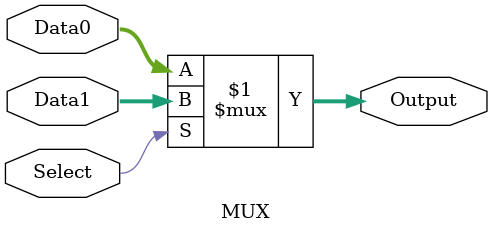
<source format=v>

module MUX(
    input [31:0] Data0,
    input [31:0] Data1,
    input Select,
    output [31:0] Output
    );

    assign Output = Select ? Data1 : Data0;

endmodule
</source>
